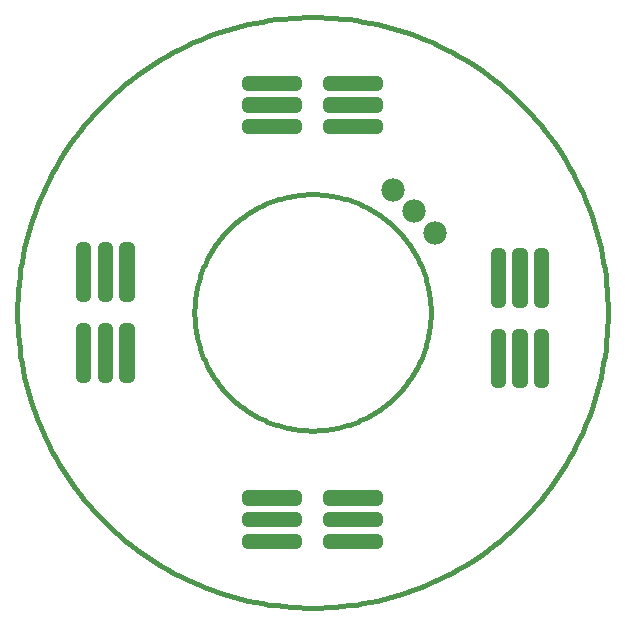
<source format=gts>
G75*
%MOIN*%
%OFA0B0*%
%FSLAX25Y25*%
%IPPOS*%
%LPD*%
%AMOC8*
5,1,8,0,0,1.08239X$1,22.5*
%
%ADD10C,0.01600*%
%ADD11C,0.07800*%
%ADD12C,0.04100*%
D10*
X0060855Y0100225D02*
X0060867Y0101191D01*
X0060902Y0102157D01*
X0060962Y0103121D01*
X0061045Y0104084D01*
X0061151Y0105044D01*
X0061281Y0106002D01*
X0061435Y0106956D01*
X0061611Y0107906D01*
X0061812Y0108851D01*
X0062035Y0109791D01*
X0062281Y0110725D01*
X0062550Y0111654D01*
X0062842Y0112575D01*
X0063156Y0113488D01*
X0063493Y0114394D01*
X0063852Y0115291D01*
X0064233Y0116179D01*
X0064635Y0117058D01*
X0065059Y0117926D01*
X0065504Y0118784D01*
X0065970Y0119630D01*
X0066456Y0120465D01*
X0066963Y0121288D01*
X0067490Y0122098D01*
X0068037Y0122895D01*
X0068603Y0123678D01*
X0069188Y0124447D01*
X0069792Y0125201D01*
X0070414Y0125940D01*
X0071054Y0126664D01*
X0071711Y0127372D01*
X0072386Y0128064D01*
X0073078Y0128739D01*
X0073786Y0129396D01*
X0074510Y0130036D01*
X0075249Y0130658D01*
X0076003Y0131262D01*
X0076772Y0131847D01*
X0077555Y0132413D01*
X0078352Y0132960D01*
X0079162Y0133487D01*
X0079985Y0133994D01*
X0080820Y0134480D01*
X0081666Y0134946D01*
X0082524Y0135391D01*
X0083392Y0135815D01*
X0084271Y0136217D01*
X0085159Y0136598D01*
X0086056Y0136957D01*
X0086962Y0137294D01*
X0087875Y0137608D01*
X0088796Y0137900D01*
X0089725Y0138169D01*
X0090659Y0138415D01*
X0091599Y0138638D01*
X0092544Y0138839D01*
X0093494Y0139015D01*
X0094448Y0139169D01*
X0095406Y0139299D01*
X0096366Y0139405D01*
X0097329Y0139488D01*
X0098293Y0139548D01*
X0099259Y0139583D01*
X0100225Y0139595D01*
X0101191Y0139583D01*
X0102157Y0139548D01*
X0103121Y0139488D01*
X0104084Y0139405D01*
X0105044Y0139299D01*
X0106002Y0139169D01*
X0106956Y0139015D01*
X0107906Y0138839D01*
X0108851Y0138638D01*
X0109791Y0138415D01*
X0110725Y0138169D01*
X0111654Y0137900D01*
X0112575Y0137608D01*
X0113488Y0137294D01*
X0114394Y0136957D01*
X0115291Y0136598D01*
X0116179Y0136217D01*
X0117058Y0135815D01*
X0117926Y0135391D01*
X0118784Y0134946D01*
X0119630Y0134480D01*
X0120465Y0133994D01*
X0121288Y0133487D01*
X0122098Y0132960D01*
X0122895Y0132413D01*
X0123678Y0131847D01*
X0124447Y0131262D01*
X0125201Y0130658D01*
X0125940Y0130036D01*
X0126664Y0129396D01*
X0127372Y0128739D01*
X0128064Y0128064D01*
X0128739Y0127372D01*
X0129396Y0126664D01*
X0130036Y0125940D01*
X0130658Y0125201D01*
X0131262Y0124447D01*
X0131847Y0123678D01*
X0132413Y0122895D01*
X0132960Y0122098D01*
X0133487Y0121288D01*
X0133994Y0120465D01*
X0134480Y0119630D01*
X0134946Y0118784D01*
X0135391Y0117926D01*
X0135815Y0117058D01*
X0136217Y0116179D01*
X0136598Y0115291D01*
X0136957Y0114394D01*
X0137294Y0113488D01*
X0137608Y0112575D01*
X0137900Y0111654D01*
X0138169Y0110725D01*
X0138415Y0109791D01*
X0138638Y0108851D01*
X0138839Y0107906D01*
X0139015Y0106956D01*
X0139169Y0106002D01*
X0139299Y0105044D01*
X0139405Y0104084D01*
X0139488Y0103121D01*
X0139548Y0102157D01*
X0139583Y0101191D01*
X0139595Y0100225D01*
X0139583Y0099259D01*
X0139548Y0098293D01*
X0139488Y0097329D01*
X0139405Y0096366D01*
X0139299Y0095406D01*
X0139169Y0094448D01*
X0139015Y0093494D01*
X0138839Y0092544D01*
X0138638Y0091599D01*
X0138415Y0090659D01*
X0138169Y0089725D01*
X0137900Y0088796D01*
X0137608Y0087875D01*
X0137294Y0086962D01*
X0136957Y0086056D01*
X0136598Y0085159D01*
X0136217Y0084271D01*
X0135815Y0083392D01*
X0135391Y0082524D01*
X0134946Y0081666D01*
X0134480Y0080820D01*
X0133994Y0079985D01*
X0133487Y0079162D01*
X0132960Y0078352D01*
X0132413Y0077555D01*
X0131847Y0076772D01*
X0131262Y0076003D01*
X0130658Y0075249D01*
X0130036Y0074510D01*
X0129396Y0073786D01*
X0128739Y0073078D01*
X0128064Y0072386D01*
X0127372Y0071711D01*
X0126664Y0071054D01*
X0125940Y0070414D01*
X0125201Y0069792D01*
X0124447Y0069188D01*
X0123678Y0068603D01*
X0122895Y0068037D01*
X0122098Y0067490D01*
X0121288Y0066963D01*
X0120465Y0066456D01*
X0119630Y0065970D01*
X0118784Y0065504D01*
X0117926Y0065059D01*
X0117058Y0064635D01*
X0116179Y0064233D01*
X0115291Y0063852D01*
X0114394Y0063493D01*
X0113488Y0063156D01*
X0112575Y0062842D01*
X0111654Y0062550D01*
X0110725Y0062281D01*
X0109791Y0062035D01*
X0108851Y0061812D01*
X0107906Y0061611D01*
X0106956Y0061435D01*
X0106002Y0061281D01*
X0105044Y0061151D01*
X0104084Y0061045D01*
X0103121Y0060962D01*
X0102157Y0060902D01*
X0101191Y0060867D01*
X0100225Y0060855D01*
X0099259Y0060867D01*
X0098293Y0060902D01*
X0097329Y0060962D01*
X0096366Y0061045D01*
X0095406Y0061151D01*
X0094448Y0061281D01*
X0093494Y0061435D01*
X0092544Y0061611D01*
X0091599Y0061812D01*
X0090659Y0062035D01*
X0089725Y0062281D01*
X0088796Y0062550D01*
X0087875Y0062842D01*
X0086962Y0063156D01*
X0086056Y0063493D01*
X0085159Y0063852D01*
X0084271Y0064233D01*
X0083392Y0064635D01*
X0082524Y0065059D01*
X0081666Y0065504D01*
X0080820Y0065970D01*
X0079985Y0066456D01*
X0079162Y0066963D01*
X0078352Y0067490D01*
X0077555Y0068037D01*
X0076772Y0068603D01*
X0076003Y0069188D01*
X0075249Y0069792D01*
X0074510Y0070414D01*
X0073786Y0071054D01*
X0073078Y0071711D01*
X0072386Y0072386D01*
X0071711Y0073078D01*
X0071054Y0073786D01*
X0070414Y0074510D01*
X0069792Y0075249D01*
X0069188Y0076003D01*
X0068603Y0076772D01*
X0068037Y0077555D01*
X0067490Y0078352D01*
X0066963Y0079162D01*
X0066456Y0079985D01*
X0065970Y0080820D01*
X0065504Y0081666D01*
X0065059Y0082524D01*
X0064635Y0083392D01*
X0064233Y0084271D01*
X0063852Y0085159D01*
X0063493Y0086056D01*
X0063156Y0086962D01*
X0062842Y0087875D01*
X0062550Y0088796D01*
X0062281Y0089725D01*
X0062035Y0090659D01*
X0061812Y0091599D01*
X0061611Y0092544D01*
X0061435Y0093494D01*
X0061281Y0094448D01*
X0061151Y0095406D01*
X0061045Y0096366D01*
X0060962Y0097329D01*
X0060902Y0098293D01*
X0060867Y0099259D01*
X0060855Y0100225D01*
X0001800Y0100225D02*
X0001830Y0102640D01*
X0001919Y0105054D01*
X0002067Y0107466D01*
X0002274Y0109872D01*
X0002540Y0112273D01*
X0002865Y0114667D01*
X0003249Y0117052D01*
X0003691Y0119427D01*
X0004192Y0121790D01*
X0004750Y0124140D01*
X0005365Y0126476D01*
X0006038Y0128796D01*
X0006768Y0131099D01*
X0007554Y0133383D01*
X0008395Y0135648D01*
X0009292Y0137891D01*
X0010244Y0140111D01*
X0011250Y0142307D01*
X0012309Y0144478D01*
X0013422Y0146622D01*
X0014587Y0148739D01*
X0015803Y0150826D01*
X0017070Y0152882D01*
X0018388Y0154907D01*
X0019754Y0156899D01*
X0021169Y0158857D01*
X0022632Y0160779D01*
X0024141Y0162665D01*
X0025697Y0164514D01*
X0027297Y0166323D01*
X0028941Y0168093D01*
X0030628Y0169822D01*
X0032357Y0171509D01*
X0034127Y0173153D01*
X0035936Y0174753D01*
X0037785Y0176309D01*
X0039671Y0177818D01*
X0041593Y0179281D01*
X0043551Y0180696D01*
X0045543Y0182062D01*
X0047568Y0183380D01*
X0049624Y0184647D01*
X0051711Y0185863D01*
X0053828Y0187028D01*
X0055972Y0188141D01*
X0058143Y0189200D01*
X0060339Y0190206D01*
X0062559Y0191158D01*
X0064802Y0192055D01*
X0067067Y0192896D01*
X0069351Y0193682D01*
X0071654Y0194412D01*
X0073974Y0195085D01*
X0076310Y0195700D01*
X0078660Y0196258D01*
X0081023Y0196759D01*
X0083398Y0197201D01*
X0085783Y0197585D01*
X0088177Y0197910D01*
X0090578Y0198176D01*
X0092984Y0198383D01*
X0095396Y0198531D01*
X0097810Y0198620D01*
X0100225Y0198650D01*
X0102640Y0198620D01*
X0105054Y0198531D01*
X0107466Y0198383D01*
X0109872Y0198176D01*
X0112273Y0197910D01*
X0114667Y0197585D01*
X0117052Y0197201D01*
X0119427Y0196759D01*
X0121790Y0196258D01*
X0124140Y0195700D01*
X0126476Y0195085D01*
X0128796Y0194412D01*
X0131099Y0193682D01*
X0133383Y0192896D01*
X0135648Y0192055D01*
X0137891Y0191158D01*
X0140111Y0190206D01*
X0142307Y0189200D01*
X0144478Y0188141D01*
X0146622Y0187028D01*
X0148739Y0185863D01*
X0150826Y0184647D01*
X0152882Y0183380D01*
X0154907Y0182062D01*
X0156899Y0180696D01*
X0158857Y0179281D01*
X0160779Y0177818D01*
X0162665Y0176309D01*
X0164514Y0174753D01*
X0166323Y0173153D01*
X0168093Y0171509D01*
X0169822Y0169822D01*
X0171509Y0168093D01*
X0173153Y0166323D01*
X0174753Y0164514D01*
X0176309Y0162665D01*
X0177818Y0160779D01*
X0179281Y0158857D01*
X0180696Y0156899D01*
X0182062Y0154907D01*
X0183380Y0152882D01*
X0184647Y0150826D01*
X0185863Y0148739D01*
X0187028Y0146622D01*
X0188141Y0144478D01*
X0189200Y0142307D01*
X0190206Y0140111D01*
X0191158Y0137891D01*
X0192055Y0135648D01*
X0192896Y0133383D01*
X0193682Y0131099D01*
X0194412Y0128796D01*
X0195085Y0126476D01*
X0195700Y0124140D01*
X0196258Y0121790D01*
X0196759Y0119427D01*
X0197201Y0117052D01*
X0197585Y0114667D01*
X0197910Y0112273D01*
X0198176Y0109872D01*
X0198383Y0107466D01*
X0198531Y0105054D01*
X0198620Y0102640D01*
X0198650Y0100225D01*
X0198620Y0097810D01*
X0198531Y0095396D01*
X0198383Y0092984D01*
X0198176Y0090578D01*
X0197910Y0088177D01*
X0197585Y0085783D01*
X0197201Y0083398D01*
X0196759Y0081023D01*
X0196258Y0078660D01*
X0195700Y0076310D01*
X0195085Y0073974D01*
X0194412Y0071654D01*
X0193682Y0069351D01*
X0192896Y0067067D01*
X0192055Y0064802D01*
X0191158Y0062559D01*
X0190206Y0060339D01*
X0189200Y0058143D01*
X0188141Y0055972D01*
X0187028Y0053828D01*
X0185863Y0051711D01*
X0184647Y0049624D01*
X0183380Y0047568D01*
X0182062Y0045543D01*
X0180696Y0043551D01*
X0179281Y0041593D01*
X0177818Y0039671D01*
X0176309Y0037785D01*
X0174753Y0035936D01*
X0173153Y0034127D01*
X0171509Y0032357D01*
X0169822Y0030628D01*
X0168093Y0028941D01*
X0166323Y0027297D01*
X0164514Y0025697D01*
X0162665Y0024141D01*
X0160779Y0022632D01*
X0158857Y0021169D01*
X0156899Y0019754D01*
X0154907Y0018388D01*
X0152882Y0017070D01*
X0150826Y0015803D01*
X0148739Y0014587D01*
X0146622Y0013422D01*
X0144478Y0012309D01*
X0142307Y0011250D01*
X0140111Y0010244D01*
X0137891Y0009292D01*
X0135648Y0008395D01*
X0133383Y0007554D01*
X0131099Y0006768D01*
X0128796Y0006038D01*
X0126476Y0005365D01*
X0124140Y0004750D01*
X0121790Y0004192D01*
X0119427Y0003691D01*
X0117052Y0003249D01*
X0114667Y0002865D01*
X0112273Y0002540D01*
X0109872Y0002274D01*
X0107466Y0002067D01*
X0105054Y0001919D01*
X0102640Y0001830D01*
X0100225Y0001800D01*
X0097810Y0001830D01*
X0095396Y0001919D01*
X0092984Y0002067D01*
X0090578Y0002274D01*
X0088177Y0002540D01*
X0085783Y0002865D01*
X0083398Y0003249D01*
X0081023Y0003691D01*
X0078660Y0004192D01*
X0076310Y0004750D01*
X0073974Y0005365D01*
X0071654Y0006038D01*
X0069351Y0006768D01*
X0067067Y0007554D01*
X0064802Y0008395D01*
X0062559Y0009292D01*
X0060339Y0010244D01*
X0058143Y0011250D01*
X0055972Y0012309D01*
X0053828Y0013422D01*
X0051711Y0014587D01*
X0049624Y0015803D01*
X0047568Y0017070D01*
X0045543Y0018388D01*
X0043551Y0019754D01*
X0041593Y0021169D01*
X0039671Y0022632D01*
X0037785Y0024141D01*
X0035936Y0025697D01*
X0034127Y0027297D01*
X0032357Y0028941D01*
X0030628Y0030628D01*
X0028941Y0032357D01*
X0027297Y0034127D01*
X0025697Y0035936D01*
X0024141Y0037785D01*
X0022632Y0039671D01*
X0021169Y0041593D01*
X0019754Y0043551D01*
X0018388Y0045543D01*
X0017070Y0047568D01*
X0015803Y0049624D01*
X0014587Y0051711D01*
X0013422Y0053828D01*
X0012309Y0055972D01*
X0011250Y0058143D01*
X0010244Y0060339D01*
X0009292Y0062559D01*
X0008395Y0064802D01*
X0007554Y0067067D01*
X0006768Y0069351D01*
X0006038Y0071654D01*
X0005365Y0073974D01*
X0004750Y0076310D01*
X0004192Y0078660D01*
X0003691Y0081023D01*
X0003249Y0083398D01*
X0002865Y0085783D01*
X0002540Y0088177D01*
X0002274Y0090578D01*
X0002067Y0092984D01*
X0001919Y0095396D01*
X0001830Y0097810D01*
X0001800Y0100225D01*
D11*
X0126957Y0140973D03*
X0134029Y0133902D03*
X0141100Y0126831D03*
D12*
X0024320Y0094831D02*
X0024320Y0078847D01*
X0023296Y0078847D01*
X0023296Y0094831D01*
X0024320Y0094831D01*
X0024320Y0082946D02*
X0023296Y0082946D01*
X0023296Y0087045D02*
X0024320Y0087045D01*
X0024320Y0091144D02*
X0023296Y0091144D01*
X0031603Y0094831D02*
X0031603Y0078847D01*
X0030579Y0078847D01*
X0030579Y0094831D01*
X0031603Y0094831D01*
X0031603Y0082946D02*
X0030579Y0082946D01*
X0030579Y0087045D02*
X0031603Y0087045D01*
X0031603Y0091144D02*
X0030579Y0091144D01*
X0038887Y0094831D02*
X0038887Y0078847D01*
X0037863Y0078847D01*
X0037863Y0094831D01*
X0038887Y0094831D01*
X0038887Y0082946D02*
X0037863Y0082946D01*
X0037863Y0087045D02*
X0038887Y0087045D01*
X0038887Y0091144D02*
X0037863Y0091144D01*
X0038887Y0105619D02*
X0038887Y0121603D01*
X0038887Y0105619D02*
X0037863Y0105619D01*
X0037863Y0121603D01*
X0038887Y0121603D01*
X0038887Y0109718D02*
X0037863Y0109718D01*
X0037863Y0113817D02*
X0038887Y0113817D01*
X0038887Y0117916D02*
X0037863Y0117916D01*
X0031603Y0121603D02*
X0031603Y0105619D01*
X0030579Y0105619D01*
X0030579Y0121603D01*
X0031603Y0121603D01*
X0031603Y0109718D02*
X0030579Y0109718D01*
X0030579Y0113817D02*
X0031603Y0113817D01*
X0031603Y0117916D02*
X0030579Y0117916D01*
X0024320Y0121603D02*
X0024320Y0105619D01*
X0023296Y0105619D01*
X0023296Y0121603D01*
X0024320Y0121603D01*
X0024320Y0109718D02*
X0023296Y0109718D01*
X0023296Y0113817D02*
X0024320Y0113817D01*
X0024320Y0117916D02*
X0023296Y0117916D01*
X0078847Y0161564D02*
X0094831Y0161564D01*
X0078847Y0161564D02*
X0078847Y0162588D01*
X0094831Y0162588D01*
X0094831Y0161564D01*
X0094831Y0168847D02*
X0078847Y0168847D01*
X0078847Y0169871D01*
X0094831Y0169871D01*
X0094831Y0168847D01*
X0094831Y0176131D02*
X0078847Y0176131D01*
X0078847Y0177155D01*
X0094831Y0177155D01*
X0094831Y0176131D01*
X0105619Y0176131D02*
X0121603Y0176131D01*
X0105619Y0176131D02*
X0105619Y0177155D01*
X0121603Y0177155D01*
X0121603Y0176131D01*
X0121603Y0168847D02*
X0105619Y0168847D01*
X0105619Y0169871D01*
X0121603Y0169871D01*
X0121603Y0168847D01*
X0121603Y0161564D02*
X0105619Y0161564D01*
X0105619Y0162588D01*
X0121603Y0162588D01*
X0121603Y0161564D01*
X0161564Y0119635D02*
X0161564Y0103651D01*
X0161564Y0119635D02*
X0162588Y0119635D01*
X0162588Y0103651D01*
X0161564Y0103651D01*
X0161564Y0107750D02*
X0162588Y0107750D01*
X0162588Y0111849D02*
X0161564Y0111849D01*
X0161564Y0115948D02*
X0162588Y0115948D01*
X0168847Y0119635D02*
X0168847Y0103651D01*
X0168847Y0119635D02*
X0169871Y0119635D01*
X0169871Y0103651D01*
X0168847Y0103651D01*
X0168847Y0107750D02*
X0169871Y0107750D01*
X0169871Y0111849D02*
X0168847Y0111849D01*
X0168847Y0115948D02*
X0169871Y0115948D01*
X0176131Y0119635D02*
X0176131Y0103651D01*
X0176131Y0119635D02*
X0177155Y0119635D01*
X0177155Y0103651D01*
X0176131Y0103651D01*
X0176131Y0107750D02*
X0177155Y0107750D01*
X0177155Y0111849D02*
X0176131Y0111849D01*
X0176131Y0115948D02*
X0177155Y0115948D01*
X0176131Y0092863D02*
X0176131Y0076879D01*
X0176131Y0092863D02*
X0177155Y0092863D01*
X0177155Y0076879D01*
X0176131Y0076879D01*
X0176131Y0080978D02*
X0177155Y0080978D01*
X0177155Y0085077D02*
X0176131Y0085077D01*
X0176131Y0089176D02*
X0177155Y0089176D01*
X0168847Y0092863D02*
X0168847Y0076879D01*
X0168847Y0092863D02*
X0169871Y0092863D01*
X0169871Y0076879D01*
X0168847Y0076879D01*
X0168847Y0080978D02*
X0169871Y0080978D01*
X0169871Y0085077D02*
X0168847Y0085077D01*
X0168847Y0089176D02*
X0169871Y0089176D01*
X0161564Y0092863D02*
X0161564Y0076879D01*
X0161564Y0092863D02*
X0162588Y0092863D01*
X0162588Y0076879D01*
X0161564Y0076879D01*
X0161564Y0080978D02*
X0162588Y0080978D01*
X0162588Y0085077D02*
X0161564Y0085077D01*
X0161564Y0089176D02*
X0162588Y0089176D01*
X0121603Y0038887D02*
X0105619Y0038887D01*
X0121603Y0038887D02*
X0121603Y0037863D01*
X0105619Y0037863D01*
X0105619Y0038887D01*
X0105619Y0031603D02*
X0121603Y0031603D01*
X0121603Y0030579D01*
X0105619Y0030579D01*
X0105619Y0031603D01*
X0105619Y0024320D02*
X0121603Y0024320D01*
X0121603Y0023296D01*
X0105619Y0023296D01*
X0105619Y0024320D01*
X0094831Y0024320D02*
X0078847Y0024320D01*
X0094831Y0024320D02*
X0094831Y0023296D01*
X0078847Y0023296D01*
X0078847Y0024320D01*
X0078847Y0031603D02*
X0094831Y0031603D01*
X0094831Y0030579D01*
X0078847Y0030579D01*
X0078847Y0031603D01*
X0078847Y0038887D02*
X0094831Y0038887D01*
X0094831Y0037863D01*
X0078847Y0037863D01*
X0078847Y0038887D01*
M02*

</source>
